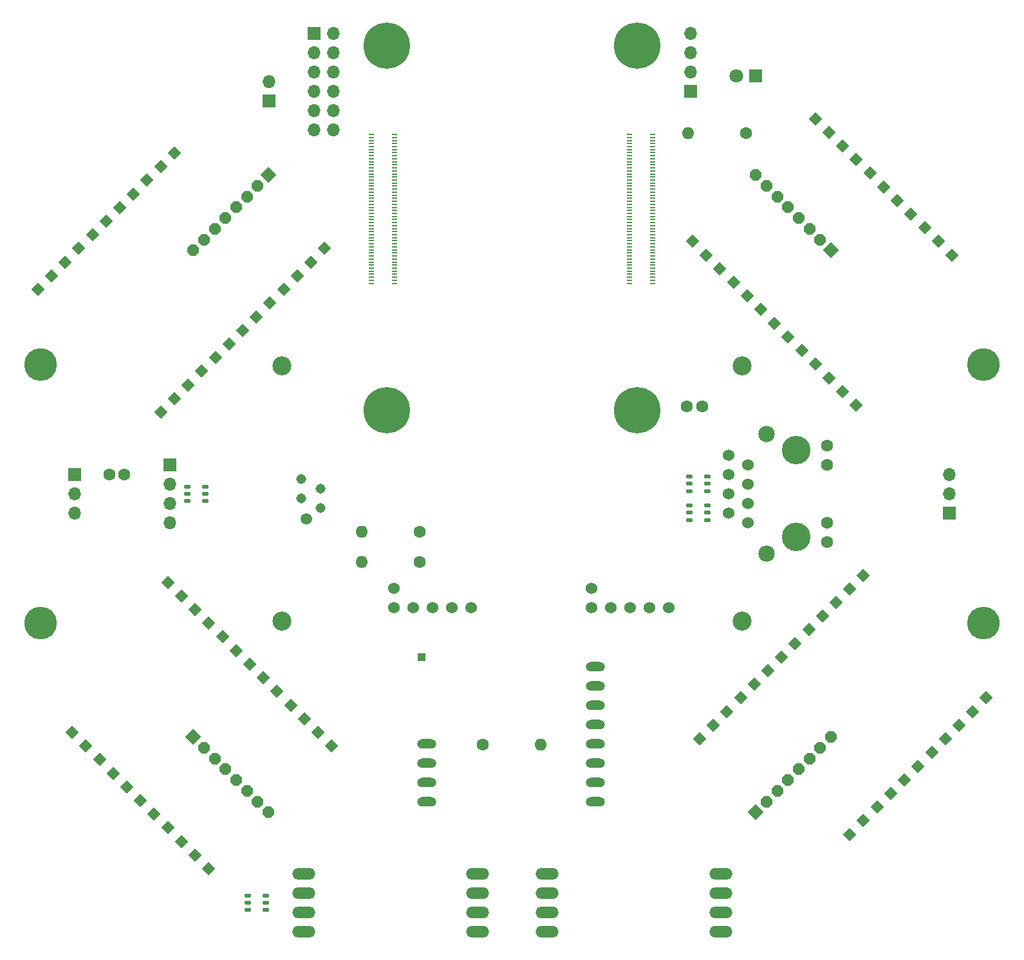
<source format=gts>
%TF.GenerationSoftware,KiCad,Pcbnew,7.0.9*%
%TF.CreationDate,2023-12-29T03:00:08+01:00*%
%TF.ProjectId,bohlebots-rpi-cm4-carrier,626f686c-6562-46f7-9473-2d7270692d63,v01*%
%TF.SameCoordinates,Original*%
%TF.FileFunction,Soldermask,Top*%
%TF.FilePolarity,Negative*%
%FSLAX46Y46*%
G04 Gerber Fmt 4.6, Leading zero omitted, Abs format (unit mm)*
G04 Created by KiCad (PCBNEW 7.0.9) date 2023-12-29 03:00:08*
%MOMM*%
%LPD*%
G01*
G04 APERTURE LIST*
G04 Aperture macros list*
%AMRoundRect*
0 Rectangle with rounded corners*
0 $1 Rounding radius*
0 $2 $3 $4 $5 $6 $7 $8 $9 X,Y pos of 4 corners*
0 Add a 4 corners polygon primitive as box body*
4,1,4,$2,$3,$4,$5,$6,$7,$8,$9,$2,$3,0*
0 Add four circle primitives for the rounded corners*
1,1,$1+$1,$2,$3*
1,1,$1+$1,$4,$5*
1,1,$1+$1,$6,$7*
1,1,$1+$1,$8,$9*
0 Add four rect primitives between the rounded corners*
20,1,$1+$1,$2,$3,$4,$5,0*
20,1,$1+$1,$4,$5,$6,$7,0*
20,1,$1+$1,$6,$7,$8,$9,0*
20,1,$1+$1,$8,$9,$2,$3,0*%
%AMRotRect*
0 Rectangle, with rotation*
0 The origin of the aperture is its center*
0 $1 length*
0 $2 width*
0 $3 Rotation angle, in degrees counterclockwise*
0 Add horizontal line*
21,1,$1,$2,0,0,$3*%
%AMFreePoly0*
4,1,25,0.333266,0.742596,0.345389,0.732242,0.732242,0.345389,0.760749,0.289441,0.761999,0.273547,0.761999,-0.273547,0.742596,-0.333266,0.732242,-0.345389,0.345389,-0.732242,0.289441,-0.760749,0.273547,-0.761999,-0.273547,-0.761999,-0.333266,-0.742596,-0.345389,-0.732242,-0.732242,-0.345389,-0.760749,-0.289441,-0.761999,-0.273547,-0.761999,0.273547,-0.742596,0.333266,-0.732242,0.345389,
-0.345389,0.732242,-0.289441,0.760749,-0.273547,0.761999,0.273547,0.761999,0.333266,0.742596,0.333266,0.742596,$1*%
G04 Aperture macros list end*
%ADD10C,1.530000*%
%ADD11RoundRect,0.101600X0.000000X0.933947X-0.933947X0.000000X0.000000X-0.933947X0.933947X0.000000X0*%
%ADD12FreePoly0,225.000000*%
%ADD13R,1.700000X1.700000*%
%ADD14O,1.700000X1.700000*%
%ADD15RoundRect,0.137500X-0.262500X0.137500X-0.262500X-0.137500X0.262500X-0.137500X0.262500X0.137500X0*%
%ADD16RoundRect,0.101600X-0.933947X0.000000X0.000000X-0.933947X0.933947X0.000000X0.000000X0.933947X0*%
%ADD17FreePoly0,315.000000*%
%ADD18RotRect,1.308000X1.308000X315.000000*%
%ADD19C,6.100000*%
%ADD20R,0.700000X0.200000*%
%ADD21C,1.600000*%
%ADD22O,1.600000X1.600000*%
%ADD23RoundRect,0.101600X0.000000X-0.933947X0.933947X0.000000X0.000000X0.933947X-0.933947X0.000000X0*%
%ADD24FreePoly0,45.000000*%
%ADD25C,4.300000*%
%ADD26RotRect,1.308000X1.308000X45.000000*%
%ADD27O,2.540000X1.270000*%
%ADD28R,1.108000X1.108000*%
%ADD29RotRect,1.308000X1.308000X225.000000*%
%ADD30RotRect,1.308000X1.308000X135.000000*%
%ADD31O,3.016000X1.508000*%
%ADD32C,1.500000*%
%ADD33C,1.308000*%
%ADD34C,1.524000*%
%ADD35C,1.600200*%
%ADD36C,2.159000*%
%ADD37C,3.759200*%
%ADD38RoundRect,0.137500X0.262500X-0.137500X0.262500X0.137500X-0.262500X0.137500X-0.262500X-0.137500X0*%
%ADD39RoundRect,0.101600X0.933947X0.000000X0.000000X0.933947X-0.933947X0.000000X0.000000X-0.933947X0*%
%ADD40FreePoly0,135.000000*%
%ADD41C,2.500000*%
%ADD42R,1.800000X1.800000*%
%ADD43C,1.800000*%
G04 APERTURE END LIST*
D10*
%TO.C,D36V28FX2*%
X89970000Y-117930000D03*
X89970000Y-120470000D03*
X92510000Y-120470000D03*
X95050000Y-120470000D03*
X97590000Y-120470000D03*
X100130000Y-120470000D03*
%TD*%
D11*
%TO.C,JP3*%
X147449747Y-73449747D03*
D12*
X146035534Y-72035534D03*
X144621320Y-70621320D03*
X143207107Y-69207107D03*
X141792893Y-67792893D03*
X140378680Y-66378680D03*
X138964466Y-64964466D03*
X137550253Y-63550253D03*
%TD*%
D13*
%TO.C,J4*%
X129000000Y-52500000D03*
D14*
X129000000Y-49960000D03*
X129000000Y-47420000D03*
X129000000Y-44880000D03*
%TD*%
D15*
%TO.C,U6*%
X70700000Y-160300000D03*
X70700000Y-159350000D03*
X70700000Y-158400000D03*
X73100000Y-158400000D03*
X73100000Y-159350000D03*
X73100000Y-160300000D03*
%TD*%
D16*
%TO.C,JP4*%
X73449747Y-63550253D03*
D17*
X72035534Y-64964466D03*
X70621320Y-66378680D03*
X69207107Y-67792893D03*
X67792893Y-69207107D03*
X66378680Y-70621320D03*
X64964466Y-72035534D03*
X63550253Y-73449747D03*
%TD*%
D18*
%TO.C,ESCON1*%
X81765680Y-138720315D03*
X79969629Y-136924264D03*
X78173578Y-135128213D03*
X76377527Y-133332162D03*
X74581475Y-131536110D03*
X72785424Y-129740059D03*
X70989373Y-127944008D03*
X69193322Y-126147957D03*
X67397271Y-124351905D03*
X65601219Y-122555854D03*
X63805168Y-120759803D03*
X62009117Y-118963752D03*
X60213066Y-117167701D03*
X47640707Y-136924264D03*
X49436758Y-138720315D03*
X51232810Y-140516367D03*
X53028861Y-142312418D03*
X54824912Y-144108469D03*
X56620963Y-145904520D03*
X58417014Y-147700571D03*
X60213066Y-149496623D03*
X62009117Y-151292674D03*
X63805168Y-153088725D03*
X65601219Y-154884776D03*
%TD*%
D19*
%TO.C,U1*%
X122000000Y-94500000D03*
X122000000Y-46500000D03*
X89000000Y-94500000D03*
X89000000Y-46500000D03*
D20*
X124000000Y-77800000D03*
X120920000Y-77800000D03*
X124000000Y-77400000D03*
X120920000Y-77400000D03*
X124000000Y-77000000D03*
X120920000Y-77000000D03*
X124000000Y-76600000D03*
X120920000Y-76600000D03*
X124000000Y-76200000D03*
X120920000Y-76200000D03*
X124000000Y-75800000D03*
X120920000Y-75800000D03*
X124000000Y-75400000D03*
X120920000Y-75400000D03*
X124000000Y-75000000D03*
X120920000Y-75000000D03*
X124000000Y-74600000D03*
X120920000Y-74600000D03*
X124000000Y-74200000D03*
X120920000Y-74200000D03*
X124000000Y-73800000D03*
X120920000Y-73800000D03*
X124000000Y-73400000D03*
X120920000Y-73400000D03*
X124000000Y-73000000D03*
X120920000Y-73000000D03*
X124000000Y-72600000D03*
X120920000Y-72600000D03*
X124000000Y-72200000D03*
X120920000Y-72200000D03*
X124000000Y-71800000D03*
X120920000Y-71800000D03*
X124000000Y-71400000D03*
X120920000Y-71400000D03*
X124000000Y-71000000D03*
X120920000Y-71000000D03*
X124000000Y-70600000D03*
X120920000Y-70600000D03*
X124000000Y-70200000D03*
X120920000Y-70200000D03*
X124000000Y-69800000D03*
X120920000Y-69800000D03*
X124000000Y-69400000D03*
X120920000Y-69400000D03*
X124000000Y-69000000D03*
X120920000Y-69000000D03*
X124000000Y-68600000D03*
X120920000Y-68600000D03*
X124000000Y-68200000D03*
X120920000Y-68200000D03*
X124000000Y-67800000D03*
X120920000Y-67800000D03*
X124000000Y-67400000D03*
X120920000Y-67400000D03*
X124000000Y-67000000D03*
X120920000Y-67000000D03*
X124000000Y-66600000D03*
X120920000Y-66600000D03*
X124000000Y-66200000D03*
X120920000Y-66200000D03*
X124000000Y-65800000D03*
X120920000Y-65800000D03*
X124000000Y-65400000D03*
X120920000Y-65400000D03*
X124000000Y-65000000D03*
X120920000Y-65000000D03*
X124000000Y-64600000D03*
X120920000Y-64600000D03*
X124000000Y-64200000D03*
X120920000Y-64200000D03*
X124000000Y-63800000D03*
X120920000Y-63800000D03*
X124000000Y-63400000D03*
X120920000Y-63400000D03*
X124000000Y-63000000D03*
X120920000Y-63000000D03*
X124000000Y-62600000D03*
X120920000Y-62600000D03*
X124000000Y-62200000D03*
X120920000Y-62200000D03*
X124000000Y-61800000D03*
X120920000Y-61800000D03*
X124000000Y-61400000D03*
X120920000Y-61400000D03*
X124000000Y-61000000D03*
X120920000Y-61000000D03*
X124000000Y-60600000D03*
X120920000Y-60600000D03*
X124000000Y-60200000D03*
X120920000Y-60200000D03*
X124000000Y-59800000D03*
X120920000Y-59800000D03*
X124000000Y-59400000D03*
X120920000Y-59400000D03*
X124000000Y-59000000D03*
X120920000Y-59000000D03*
X124000000Y-58600000D03*
X120920000Y-58600000D03*
X124000000Y-58200000D03*
X120920000Y-58200000D03*
X90080000Y-77800000D03*
X87000000Y-77800000D03*
X90080000Y-77400000D03*
X87000000Y-77400000D03*
X90080000Y-77000000D03*
X87000000Y-77000000D03*
X90080000Y-76600000D03*
X87000000Y-76600000D03*
X90080000Y-76200000D03*
X87000000Y-76200000D03*
X90080000Y-75800000D03*
X87000000Y-75800000D03*
X90080000Y-75400000D03*
X87000000Y-75400000D03*
X90080000Y-75000000D03*
X87000000Y-75000000D03*
X90080000Y-74600000D03*
X87000000Y-74600000D03*
X90080000Y-74200000D03*
X87000000Y-74200000D03*
X90080000Y-73800000D03*
X87000000Y-73800000D03*
X90080000Y-73400000D03*
X87000000Y-73400000D03*
X90080000Y-73000000D03*
X87000000Y-73000000D03*
X90080000Y-72600000D03*
X87000000Y-72600000D03*
X90080000Y-72200000D03*
X87000000Y-72200000D03*
X90080000Y-71800000D03*
X87000000Y-71800000D03*
X90080000Y-71400000D03*
X87000000Y-71400000D03*
X90080000Y-71000000D03*
X87000000Y-71000000D03*
X90080000Y-70600000D03*
X87000000Y-70600000D03*
X90080000Y-70200000D03*
X87000000Y-70200000D03*
X90080000Y-69800000D03*
X87000000Y-69800000D03*
X90080000Y-69400000D03*
X87000000Y-69400000D03*
X90080000Y-69000000D03*
X87000000Y-69000000D03*
X90080000Y-68600000D03*
X87000000Y-68600000D03*
X90080000Y-68200000D03*
X87000000Y-68200000D03*
X90080000Y-67800000D03*
X87000000Y-67800000D03*
X90080000Y-67400000D03*
X87000000Y-67400000D03*
X90080000Y-67000000D03*
X87000000Y-67000000D03*
X90080000Y-66600000D03*
X87000000Y-66600000D03*
X90080000Y-66200000D03*
X87000000Y-66200000D03*
X90080000Y-65800000D03*
X87000000Y-65800000D03*
X90080000Y-65400000D03*
X87000000Y-65400000D03*
X90080000Y-65000000D03*
X87000000Y-65000000D03*
X90080000Y-64600000D03*
X87000000Y-64600000D03*
X90080000Y-64200000D03*
X87000000Y-64200000D03*
X90080000Y-63800000D03*
X87000000Y-63800000D03*
X90080000Y-63400000D03*
X87000000Y-63400000D03*
X90080000Y-63000000D03*
X87000000Y-63000000D03*
X90080000Y-62600000D03*
X87000000Y-62600000D03*
X90080000Y-62200000D03*
X87000000Y-62200000D03*
X90080000Y-61800000D03*
X87000000Y-61800000D03*
X90080000Y-61400000D03*
X87000000Y-61400000D03*
X90080000Y-61000000D03*
X87000000Y-61000000D03*
X90080000Y-60600000D03*
X87000000Y-60600000D03*
X90080000Y-60200000D03*
X87000000Y-60200000D03*
X90080000Y-59800000D03*
X87000000Y-59800000D03*
X90080000Y-59400000D03*
X87000000Y-59400000D03*
X90080000Y-59000000D03*
X87000000Y-59000000D03*
X90080000Y-58600000D03*
X87000000Y-58600000D03*
X90080000Y-58200000D03*
X87000000Y-58200000D03*
%TD*%
D21*
%TO.C,R3*%
X93310000Y-110500000D03*
D22*
X85690000Y-110500000D03*
%TD*%
D10*
%TO.C,D36V28FX1*%
X115970000Y-117930000D03*
X115970000Y-120470000D03*
X118510000Y-120470000D03*
X121050000Y-120470000D03*
X123590000Y-120470000D03*
X126130000Y-120470000D03*
%TD*%
D13*
%TO.C,J3*%
X79460000Y-44880000D03*
D14*
X82000000Y-44880000D03*
X79460000Y-47420000D03*
X82000000Y-47420000D03*
X79460000Y-49960000D03*
X82000000Y-49960000D03*
X79460000Y-52500000D03*
X82000000Y-52500000D03*
X79460000Y-55040000D03*
X82000000Y-55040000D03*
X79460000Y-57580000D03*
X82000000Y-57580000D03*
%TD*%
D15*
%TO.C,U3*%
X131200000Y-108950000D03*
X131200000Y-108000000D03*
X131200000Y-107050000D03*
X128800000Y-107050000D03*
X128800000Y-108000000D03*
X128800000Y-108950000D03*
%TD*%
D23*
%TO.C,JP1*%
X63550253Y-137550253D03*
D24*
X64964466Y-138964466D03*
X66378680Y-140378680D03*
X67792893Y-141792893D03*
X69207107Y-143207107D03*
X70621320Y-144621320D03*
X72035534Y-146035534D03*
X73449747Y-147449747D03*
%TD*%
D25*
%TO.C,REF\u002A\u002A*%
X167500000Y-88500000D03*
%TD*%
D26*
%TO.C,ESCON2*%
X151720315Y-116234320D03*
X149924264Y-118030371D03*
X148128213Y-119826422D03*
X146332162Y-121622473D03*
X144536110Y-123418525D03*
X142740059Y-125214576D03*
X140944008Y-127010627D03*
X139147957Y-128806678D03*
X137351905Y-130602729D03*
X135555854Y-132398781D03*
X133759803Y-134194832D03*
X131963752Y-135990883D03*
X130167701Y-137786934D03*
X149924264Y-150359293D03*
X151720315Y-148563242D03*
X153516367Y-146767190D03*
X155312418Y-144971139D03*
X157108469Y-143175088D03*
X158904520Y-141379037D03*
X160700571Y-139582986D03*
X162496623Y-137786934D03*
X164292674Y-135990883D03*
X166088725Y-134194832D03*
X167884776Y-132398781D03*
%TD*%
D21*
%TO.C,R1*%
X101655000Y-138500000D03*
D22*
X109275000Y-138500000D03*
%TD*%
D27*
%TO.C,K1*%
X116500000Y-128270000D03*
X116500000Y-130810000D03*
X116500000Y-133350000D03*
X116500000Y-135890000D03*
X116500000Y-138430000D03*
X116500000Y-140970000D03*
X116500000Y-143510000D03*
X116500000Y-146050000D03*
D28*
X93640000Y-127000000D03*
D27*
X94275000Y-138430000D03*
X94275000Y-140970000D03*
X94275000Y-143510000D03*
X94275000Y-146050000D03*
%TD*%
D21*
%TO.C,R4*%
X136310000Y-58000000D03*
D22*
X128690000Y-58000000D03*
%TD*%
D25*
%TO.C,REF\u002A\u002A*%
X43500000Y-122500000D03*
%TD*%
D13*
%TO.C,J5*%
X48000000Y-102960000D03*
D14*
X48000000Y-105500000D03*
X48000000Y-108040000D03*
%TD*%
D25*
%TO.C,REF\u002A\u002A*%
X43500000Y-88500000D03*
%TD*%
D29*
%TO.C,ESCON4*%
X59279685Y-94765680D03*
X61075736Y-92969629D03*
X62871787Y-91173578D03*
X64667838Y-89377527D03*
X66463890Y-87581475D03*
X68259941Y-85785424D03*
X70055992Y-83989373D03*
X71852043Y-82193322D03*
X73648095Y-80397271D03*
X75444146Y-78601219D03*
X77240197Y-76805168D03*
X79036248Y-75009117D03*
X80832299Y-73213066D03*
X61075736Y-60640707D03*
X59279685Y-62436758D03*
X57483633Y-64232810D03*
X55687582Y-66028861D03*
X53891531Y-67824912D03*
X52095480Y-69620963D03*
X50299429Y-71417014D03*
X48503377Y-73213066D03*
X46707326Y-75009117D03*
X44911275Y-76805168D03*
X43115224Y-78601219D03*
%TD*%
D30*
%TO.C,ESCON3*%
X129234320Y-72279685D03*
X131030371Y-74075736D03*
X132826422Y-75871787D03*
X134622473Y-77667838D03*
X136418525Y-79463890D03*
X138214576Y-81259941D03*
X140010627Y-83055992D03*
X141806678Y-84852043D03*
X143602729Y-86648095D03*
X145398781Y-88444146D03*
X147194832Y-90240197D03*
X148990883Y-92036248D03*
X150786934Y-93832299D03*
X163359293Y-74075736D03*
X161563242Y-72279685D03*
X159767190Y-70483633D03*
X157971139Y-68687582D03*
X156175088Y-66891531D03*
X154379037Y-65095480D03*
X152582986Y-63299429D03*
X150786934Y-61503377D03*
X148990883Y-59707326D03*
X147194832Y-57911275D03*
X145398781Y-56115224D03*
%TD*%
D21*
%TO.C,R2*%
X93310000Y-114500000D03*
D22*
X85690000Y-114500000D03*
%TD*%
D21*
%TO.C,C1*%
X130500000Y-94000000D03*
X128500000Y-94000000D03*
%TD*%
D13*
%TO.C,U2*%
X60500000Y-101700000D03*
D14*
X60500000Y-104240000D03*
X60500000Y-106780000D03*
X60500000Y-109320000D03*
%TD*%
D31*
%TO.C,T1*%
X101000000Y-163135000D03*
X101000000Y-160595000D03*
X101000000Y-158055000D03*
X101000000Y-155515000D03*
X78140000Y-155515000D03*
X78140000Y-158055000D03*
X78140000Y-160595000D03*
X78140000Y-163135000D03*
%TD*%
D32*
%TO.C,X1*%
X78445000Y-108825800D03*
D33*
X80265000Y-107390800D03*
X77725000Y-106120800D03*
X80265000Y-104850800D03*
X77725000Y-103580800D03*
%TD*%
D13*
%TO.C,J2*%
X73500000Y-53775000D03*
D14*
X73500000Y-51235000D03*
%TD*%
D34*
%TO.C,J1*%
X136506000Y-109310000D03*
X133966000Y-108040000D03*
X136506000Y-106770000D03*
X133966000Y-105500000D03*
X136506000Y-104230000D03*
X133966000Y-102960000D03*
X136506000Y-101690000D03*
X133966000Y-100420000D03*
D35*
X146965974Y-99175000D03*
X146965974Y-101715000D03*
X146965974Y-109285000D03*
X146965974Y-111825000D03*
D36*
X138966000Y-113374999D03*
X138966000Y-97625001D03*
D37*
X142856000Y-111215000D03*
X142856000Y-99785000D03*
%TD*%
D15*
%TO.C,U5*%
X65170000Y-106450000D03*
X65170000Y-105500000D03*
X65170000Y-104550000D03*
X62770000Y-104550000D03*
X62770000Y-105500000D03*
X62770000Y-106450000D03*
%TD*%
D38*
%TO.C,U4*%
X128800000Y-103250000D03*
X128800000Y-104200000D03*
X128800000Y-105150000D03*
X131200000Y-105150000D03*
X131200000Y-104200000D03*
X131200000Y-103250000D03*
%TD*%
D39*
%TO.C,JP2*%
X137550253Y-147449747D03*
D40*
X138964466Y-146035534D03*
X140378680Y-144621320D03*
X141792893Y-143207107D03*
X143207107Y-141792893D03*
X144621320Y-140378680D03*
X146035534Y-138964466D03*
X147449747Y-137550253D03*
%TD*%
D25*
%TO.C,REFe*%
X167500000Y-122500000D03*
%TD*%
D13*
%TO.C,J6*%
X163000000Y-108025000D03*
D14*
X163000000Y-105485000D03*
X163000000Y-102945000D03*
%TD*%
D41*
%TO.C,Luxonis OAK-FFP 4P*%
X75200000Y-88700000D03*
X75200000Y-122300000D03*
X135800000Y-88700000D03*
X135800000Y-122300000D03*
%TD*%
D31*
%TO.C,T2*%
X132930000Y-163135000D03*
X132930000Y-160595000D03*
X132930000Y-158055000D03*
X132930000Y-155515000D03*
X110070000Y-155515000D03*
X110070000Y-158055000D03*
X110070000Y-160595000D03*
X110070000Y-163135000D03*
%TD*%
D42*
%TO.C,D1*%
X137500000Y-50500000D03*
D43*
X134960000Y-50500000D03*
%TD*%
D21*
%TO.C,C2*%
X52500000Y-103000000D03*
X54500000Y-103000000D03*
%TD*%
M02*

</source>
